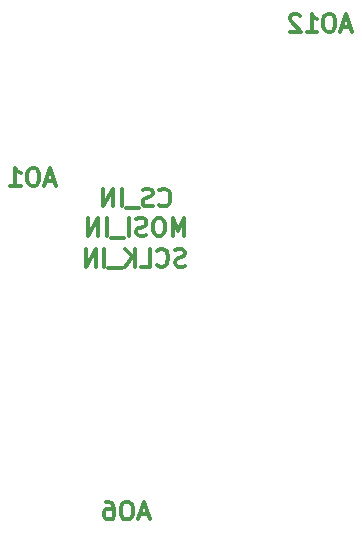
<source format=gbr>
G04 #@! TF.FileFunction,Legend,Bot*
%FSLAX46Y46*%
G04 Gerber Fmt 4.6, Leading zero omitted, Abs format (unit mm)*
G04 Created by KiCad (PCBNEW 4.0.2-stable) date Friday, June 24, 2016 'pmt' 01:13:37 pm*
%MOMM*%
G01*
G04 APERTURE LIST*
%ADD10C,0.100000*%
%ADD11C,0.300000*%
G04 APERTURE END LIST*
D10*
D11*
X137220000Y-92692143D02*
X137005714Y-92763571D01*
X136648571Y-92763571D01*
X136505714Y-92692143D01*
X136434285Y-92620714D01*
X136362857Y-92477857D01*
X136362857Y-92335000D01*
X136434285Y-92192143D01*
X136505714Y-92120714D01*
X136648571Y-92049286D01*
X136934285Y-91977857D01*
X137077143Y-91906429D01*
X137148571Y-91835000D01*
X137220000Y-91692143D01*
X137220000Y-91549286D01*
X137148571Y-91406429D01*
X137077143Y-91335000D01*
X136934285Y-91263571D01*
X136577143Y-91263571D01*
X136362857Y-91335000D01*
X134862857Y-92620714D02*
X134934286Y-92692143D01*
X135148572Y-92763571D01*
X135291429Y-92763571D01*
X135505714Y-92692143D01*
X135648572Y-92549286D01*
X135720000Y-92406429D01*
X135791429Y-92120714D01*
X135791429Y-91906429D01*
X135720000Y-91620714D01*
X135648572Y-91477857D01*
X135505714Y-91335000D01*
X135291429Y-91263571D01*
X135148572Y-91263571D01*
X134934286Y-91335000D01*
X134862857Y-91406429D01*
X133505714Y-92763571D02*
X134220000Y-92763571D01*
X134220000Y-91263571D01*
X133005714Y-92763571D02*
X133005714Y-91263571D01*
X132148571Y-92763571D02*
X132791428Y-91906429D01*
X132148571Y-91263571D02*
X133005714Y-92120714D01*
X131862857Y-92906429D02*
X130720000Y-92906429D01*
X130362857Y-92763571D02*
X130362857Y-91263571D01*
X129648571Y-92763571D02*
X129648571Y-91263571D01*
X128791428Y-92763571D01*
X128791428Y-91263571D01*
X137151429Y-90173571D02*
X137151429Y-88673571D01*
X136651429Y-89745000D01*
X136151429Y-88673571D01*
X136151429Y-90173571D01*
X135151429Y-88673571D02*
X134865715Y-88673571D01*
X134722857Y-88745000D01*
X134580000Y-88887857D01*
X134508572Y-89173571D01*
X134508572Y-89673571D01*
X134580000Y-89959286D01*
X134722857Y-90102143D01*
X134865715Y-90173571D01*
X135151429Y-90173571D01*
X135294286Y-90102143D01*
X135437143Y-89959286D01*
X135508572Y-89673571D01*
X135508572Y-89173571D01*
X135437143Y-88887857D01*
X135294286Y-88745000D01*
X135151429Y-88673571D01*
X133937143Y-90102143D02*
X133722857Y-90173571D01*
X133365714Y-90173571D01*
X133222857Y-90102143D01*
X133151428Y-90030714D01*
X133080000Y-89887857D01*
X133080000Y-89745000D01*
X133151428Y-89602143D01*
X133222857Y-89530714D01*
X133365714Y-89459286D01*
X133651428Y-89387857D01*
X133794286Y-89316429D01*
X133865714Y-89245000D01*
X133937143Y-89102143D01*
X133937143Y-88959286D01*
X133865714Y-88816429D01*
X133794286Y-88745000D01*
X133651428Y-88673571D01*
X133294286Y-88673571D01*
X133080000Y-88745000D01*
X132437143Y-90173571D02*
X132437143Y-88673571D01*
X132080000Y-90316429D02*
X130937143Y-90316429D01*
X130580000Y-90173571D02*
X130580000Y-88673571D01*
X129865714Y-90173571D02*
X129865714Y-88673571D01*
X129008571Y-90173571D01*
X129008571Y-88673571D01*
X135044285Y-87520714D02*
X135115714Y-87592143D01*
X135330000Y-87663571D01*
X135472857Y-87663571D01*
X135687142Y-87592143D01*
X135830000Y-87449286D01*
X135901428Y-87306429D01*
X135972857Y-87020714D01*
X135972857Y-86806429D01*
X135901428Y-86520714D01*
X135830000Y-86377857D01*
X135687142Y-86235000D01*
X135472857Y-86163571D01*
X135330000Y-86163571D01*
X135115714Y-86235000D01*
X135044285Y-86306429D01*
X134472857Y-87592143D02*
X134258571Y-87663571D01*
X133901428Y-87663571D01*
X133758571Y-87592143D01*
X133687142Y-87520714D01*
X133615714Y-87377857D01*
X133615714Y-87235000D01*
X133687142Y-87092143D01*
X133758571Y-87020714D01*
X133901428Y-86949286D01*
X134187142Y-86877857D01*
X134330000Y-86806429D01*
X134401428Y-86735000D01*
X134472857Y-86592143D01*
X134472857Y-86449286D01*
X134401428Y-86306429D01*
X134330000Y-86235000D01*
X134187142Y-86163571D01*
X133830000Y-86163571D01*
X133615714Y-86235000D01*
X133330000Y-87806429D02*
X132187143Y-87806429D01*
X131830000Y-87663571D02*
X131830000Y-86163571D01*
X131115714Y-87663571D02*
X131115714Y-86163571D01*
X130258571Y-87663571D01*
X130258571Y-86163571D01*
X134067143Y-113745000D02*
X133352857Y-113745000D01*
X134210000Y-114173571D02*
X133710000Y-112673571D01*
X133210000Y-114173571D01*
X132424286Y-112673571D02*
X132138572Y-112673571D01*
X131995714Y-112745000D01*
X131852857Y-112887857D01*
X131781429Y-113173571D01*
X131781429Y-113673571D01*
X131852857Y-113959286D01*
X131995714Y-114102143D01*
X132138572Y-114173571D01*
X132424286Y-114173571D01*
X132567143Y-114102143D01*
X132710000Y-113959286D01*
X132781429Y-113673571D01*
X132781429Y-113173571D01*
X132710000Y-112887857D01*
X132567143Y-112745000D01*
X132424286Y-112673571D01*
X130495714Y-112673571D02*
X130781428Y-112673571D01*
X130924285Y-112745000D01*
X130995714Y-112816429D01*
X131138571Y-113030714D01*
X131210000Y-113316429D01*
X131210000Y-113887857D01*
X131138571Y-114030714D01*
X131067143Y-114102143D01*
X130924285Y-114173571D01*
X130638571Y-114173571D01*
X130495714Y-114102143D01*
X130424285Y-114030714D01*
X130352857Y-113887857D01*
X130352857Y-113530714D01*
X130424285Y-113387857D01*
X130495714Y-113316429D01*
X130638571Y-113245000D01*
X130924285Y-113245000D01*
X131067143Y-113316429D01*
X131138571Y-113387857D01*
X131210000Y-113530714D01*
X151211428Y-72435000D02*
X150497142Y-72435000D01*
X151354285Y-72863571D02*
X150854285Y-71363571D01*
X150354285Y-72863571D01*
X149568571Y-71363571D02*
X149282857Y-71363571D01*
X149139999Y-71435000D01*
X148997142Y-71577857D01*
X148925714Y-71863571D01*
X148925714Y-72363571D01*
X148997142Y-72649286D01*
X149139999Y-72792143D01*
X149282857Y-72863571D01*
X149568571Y-72863571D01*
X149711428Y-72792143D01*
X149854285Y-72649286D01*
X149925714Y-72363571D01*
X149925714Y-71863571D01*
X149854285Y-71577857D01*
X149711428Y-71435000D01*
X149568571Y-71363571D01*
X147497142Y-72863571D02*
X148354285Y-72863571D01*
X147925713Y-72863571D02*
X147925713Y-71363571D01*
X148068570Y-71577857D01*
X148211428Y-71720714D01*
X148354285Y-71792143D01*
X146925714Y-71506429D02*
X146854285Y-71435000D01*
X146711428Y-71363571D01*
X146354285Y-71363571D01*
X146211428Y-71435000D01*
X146139999Y-71506429D01*
X146068571Y-71649286D01*
X146068571Y-71792143D01*
X146139999Y-72006429D01*
X146997142Y-72863571D01*
X146068571Y-72863571D01*
X126137143Y-85505000D02*
X125422857Y-85505000D01*
X126280000Y-85933571D02*
X125780000Y-84433571D01*
X125280000Y-85933571D01*
X124494286Y-84433571D02*
X124208572Y-84433571D01*
X124065714Y-84505000D01*
X123922857Y-84647857D01*
X123851429Y-84933571D01*
X123851429Y-85433571D01*
X123922857Y-85719286D01*
X124065714Y-85862143D01*
X124208572Y-85933571D01*
X124494286Y-85933571D01*
X124637143Y-85862143D01*
X124780000Y-85719286D01*
X124851429Y-85433571D01*
X124851429Y-84933571D01*
X124780000Y-84647857D01*
X124637143Y-84505000D01*
X124494286Y-84433571D01*
X122422857Y-85933571D02*
X123280000Y-85933571D01*
X122851428Y-85933571D02*
X122851428Y-84433571D01*
X122994285Y-84647857D01*
X123137143Y-84790714D01*
X123280000Y-84862143D01*
M02*

</source>
